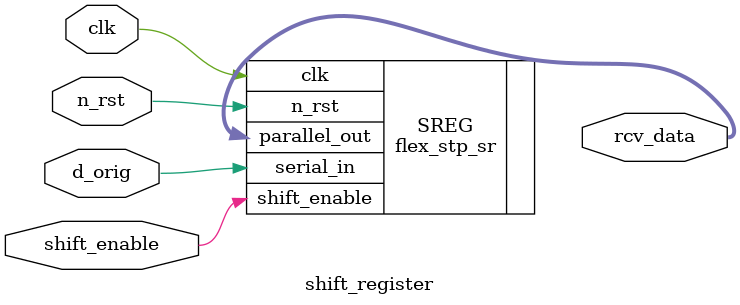
<source format=sv>

module shift_register
(
  input wire clk,
  input wire n_rst,
  input wire shift_enable,
  input wire d_orig,
  output reg [7:0] rcv_data
);

flex_stp_sr SREG(
		.clk(clk),
		.n_rst(n_rst),
		.shift_enable(shift_enable),
		.serial_in(d_orig),
		.parallel_out(rcv_data)
             );
endmodule

</source>
